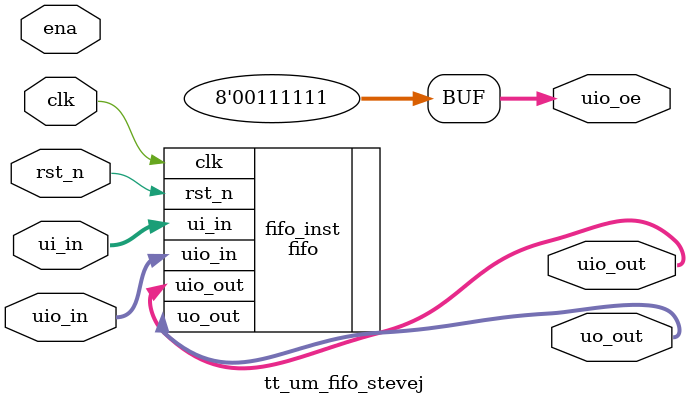
<source format=v>
`default_nettype none
`timescale 1ns/1ps

module tt_um_fifo_stevej #(
    // This creates a buffer depth of 16 because of (1<<4)
    parameter INDEX_WIDTH = 4, ALMOST_FULL_THRESHOLD = 12, ALMOST_EMPTY_THRESHOLD = 4
    )(
    input  wire [7:0] ui_in,    // Dedicated inputs - data sent to the fifo
    output wire [7:0] uo_out,   // Dedicated outputs - data sent from the fifo
    input  wire [7:0] uio_in,   // IOs: Bidirectional Input path
    output wire [7:0] uio_out,  // IOs: Bidirectional Output path
    output wire [7:0] uio_oe,   // IOs: Bidirectional Enable path (active high: 0=input, 1=output)
    /* verilator lint_off UNUSEDSIGNAL */
    input  wire       ena,      // will go high when the design is enabled
    input  wire       clk,      // clock
    input  wire       rst_n     // reset_n - low to reset
);

    // Sets the first two bits as being writable by the design
    // and the last 6 bits as writable by the user.
    assign uio_oe = 8'b0011_1111;

    fifo #(
        .INDEX_WIDTH(INDEX_WIDTH),
        .ALMOST_FULL_THRESHOLD(ALMOST_FULL_THRESHOLD),
        .ALMOST_EMPTY_THRESHOLD(ALMOST_EMPTY_THRESHOLD)
    ) fifo_inst(
        .clk(clk),
        .rst_n(rst_n),
        .ui_in(ui_in),
        .uo_out(uo_out),
        .uio_in(uio_in),
        .uio_out(uio_out)
        );
endmodule

</source>
